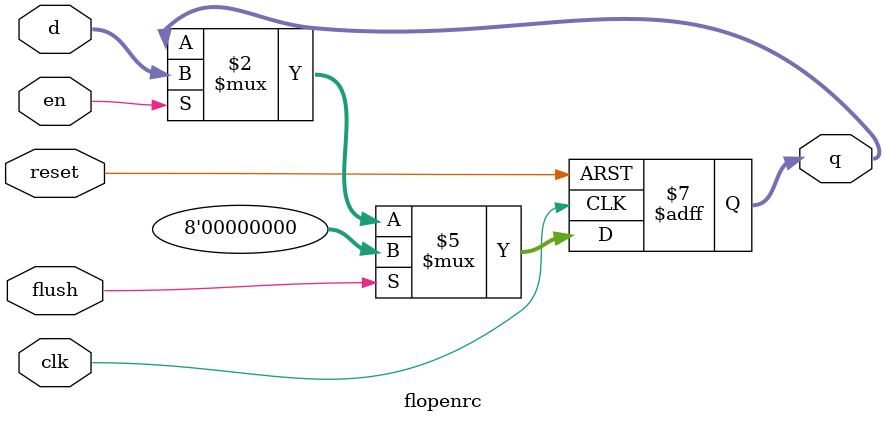
<source format=v>
`timescale 1ns / 1ps

module flopenrc #(parameter WIDTH=8) (
    input clk, reset,
    input en,flush,
    input [WIDTH-1:0] d, 
    output reg [WIDTH-1:0] q
);
    always @(posedge clk or posedge reset) 
        if(reset) q<=0; 
        else if(flush) q<=0; 
        else if(en) q<=d;
endmodule
</source>
